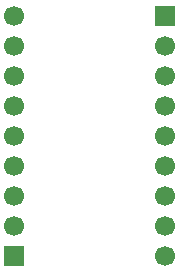
<source format=gbr>
%TF.GenerationSoftware,KiCad,Pcbnew,9.0.2*%
%TF.CreationDate,2025-07-02T23:55:56-04:00*%
%TF.ProjectId,strain-gauge,73747261-696e-42d6-9761-7567652e6b69,rev?*%
%TF.SameCoordinates,Original*%
%TF.FileFunction,Soldermask,Bot*%
%TF.FilePolarity,Negative*%
%FSLAX46Y46*%
G04 Gerber Fmt 4.6, Leading zero omitted, Abs format (unit mm)*
G04 Created by KiCad (PCBNEW 9.0.2) date 2025-07-02 23:55:56*
%MOMM*%
%LPD*%
G01*
G04 APERTURE LIST*
%ADD10R,1.700000X1.700000*%
%ADD11C,1.700000*%
G04 APERTURE END LIST*
D10*
%TO.C,J2*%
X98750000Y-87500000D03*
D11*
X98750000Y-90040000D03*
X98750000Y-92580000D03*
X98750000Y-95120000D03*
X98750000Y-97660000D03*
X98750000Y-100200000D03*
X98750000Y-102740000D03*
X98750000Y-105280000D03*
X98750000Y-107820000D03*
%TD*%
D10*
%TO.C,J1*%
X86000000Y-107800000D03*
D11*
X86000000Y-105260000D03*
X86000000Y-102720000D03*
X86000000Y-100180000D03*
X86000000Y-97640000D03*
X86000000Y-95100000D03*
X86000000Y-92560000D03*
X86000000Y-90020000D03*
X86000000Y-87480000D03*
%TD*%
M02*

</source>
